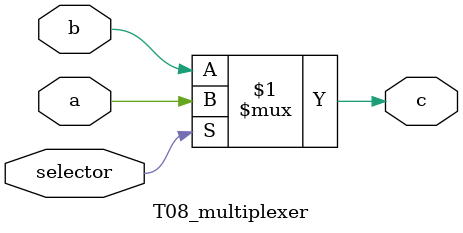
<source format=v>
module T08_multiplexer (
    input a, b, selector,
    output c);

    assign c = selector ? a : b; 
endmodule
</source>
